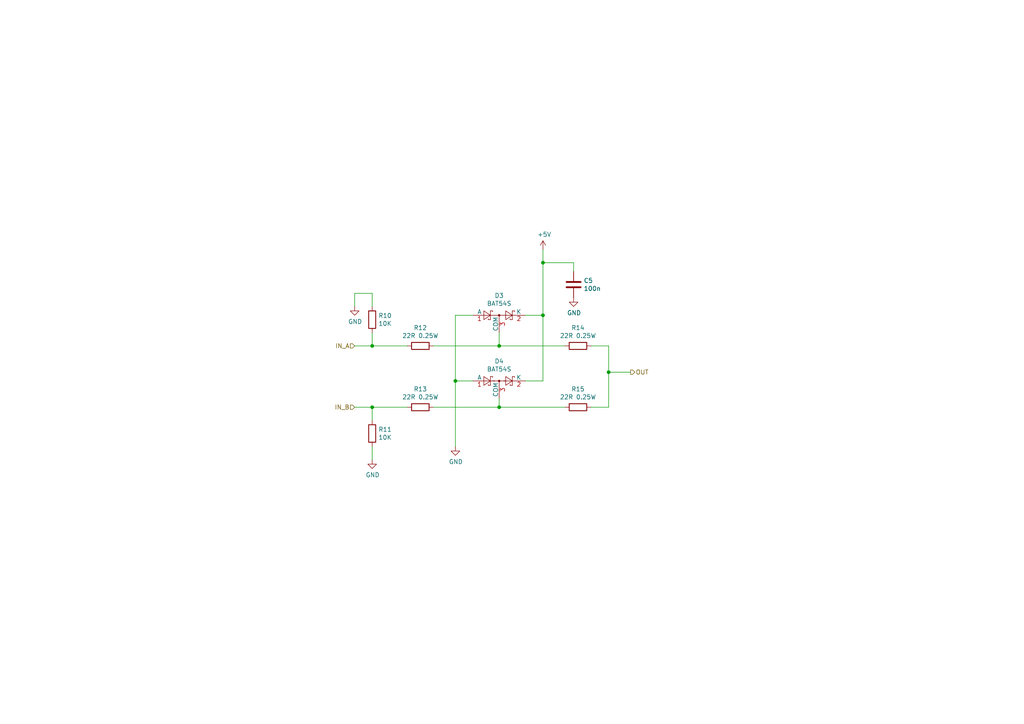
<source format=kicad_sch>
(kicad_sch (version 20230121) (generator eeschema)
  (paper "A4")
  (title_block (title "WS2812 Simple Controller") (date "2023-03-09") (company "Stefan Misik") (comment 1 "LED Driver Output Stage"))
  (lib_symbols
    (symbol "Device:C" (pin_numbers hide) (pin_names (offset 0.254))
      (property "Reference" "C" (at 0.635 2.54 0))
      (property "Value" "C" (at 0.635 -2.54 0))
      (symbol "C_0_1"
        (polyline (pts (xy -2.032 -0.762) (xy 2.032 -0.762)) (stroke (width 0.508)))
        (polyline (pts (xy -2.032 0.762) (xy 2.032 0.762)) (stroke (width 0.508)))
      )
      (symbol "C_1_1"
        (pin passive line (at 0 3.81 270) (length 2.794) (name "~") (number "1"))
        (pin passive line (at 0 -3.81 90) (length 2.794) (name "~") (number "2"))
      )
    )
    (symbol "Device:R" (pin_numbers hide) (pin_names (offset 0))
      (property "Reference" "R" (at 2.032 0 90))
      (property "Value" "R" (at 0 0 90))
      (symbol "R_0_1"
        (rectangle (start -1.016 -2.54) (end 1.016 2.54) (stroke (width 0.254)))
      )
      (symbol "R_1_1"
        (pin passive line (at 0 3.81 270) (length 1.27) (name "~") (number "1"))
        (pin passive line (at 0 -3.81 90) (length 1.27) (name "~") (number "2"))
      )
    )
    (symbol "Diode:BAT54S" (pin_names (offset 0))
      (property "Reference" "D" (at 2.54 -5.08 0))
      (property "Value" "BAT54S" (at -6.35 3.175 0))
      (symbol "BAT54S_0_1"
        (polyline (pts (xy -3.81 0) (xy -1.27 0)))
        (polyline (pts (xy -3.175 -1.27) (xy -3.175 -1.016)))
        (polyline (pts (xy -2.54 -1.27) (xy -3.175 -1.27)))
        (polyline (pts (xy -2.54 -1.27) (xy -2.54 1.27)))
        (polyline (pts (xy -2.54 1.27) (xy -1.905 1.27)))
        (polyline (pts (xy -1.905 0) (xy 1.905 0)))
        (polyline (pts (xy -1.905 1.27) (xy -1.905 1.016)))
        (polyline (pts (xy 1.27 0) (xy 3.81 0)))
        (polyline (pts (xy 3.175 -1.27) (xy 3.175 -1.016)))
        (polyline (pts (xy 3.81 -1.27) (xy 3.175 -1.27)))
        (polyline (pts (xy 3.81 -1.27) (xy 3.81 1.27)))
        (polyline (pts (xy 3.81 1.27) (xy 4.445 1.27)))
        (polyline (pts (xy 4.445 1.27) (xy 4.445 1.016)))
        (polyline (pts (xy -4.445 1.27) (xy -4.445 -1.27) (xy -2.54 0) (xy -4.445 1.27)))
        (polyline (pts (xy 1.905 1.27) (xy 1.905 -1.27) (xy 3.81 0) (xy 1.905 1.27)))
        (circle (center 0 0) (radius 0.254) (fill (type outline)))
      )
      (symbol "BAT54S_1_1"
        (pin passive line (at -7.62 0 0) (length 3.81) (name "A") (number "1"))
        (pin passive line (at 7.62 0 180) (length 3.81) (name "K") (number "2"))
        (pin passive line (at 0 -5.08 90) (length 5.08) (name "COM") (number "3"))
      )
    )
    (symbol "power:+5V" (power) (pin_names (offset 0))
      (property "Value" "+5V" (at 0 3.556 0))
      (symbol "+5V_0_1"
        (polyline (pts (xy -0.762 1.27) (xy 0 2.54)))
        (polyline (pts (xy 0 0) (xy 0 2.54)))
        (polyline (pts (xy 0 2.54) (xy 0.762 1.27)))
      )
      (symbol "+5V_1_1"
        (pin power_in line (at 0 0 90) (length 0) hide (name "+5V") (number "1"))
      )
    )
    (symbol "power:GND" (power) (pin_names (offset 0))
      (property "Value" "GND" (at 0 -3.81 0))
      (symbol "GND_0_1"
        (polyline (pts (xy 0 0) (xy 0 -1.27) (xy 1.27 -1.27) (xy 0 -2.54) (xy -1.27 -1.27) (xy 0 -1.27)))
      )
      (symbol "GND_1_1"
        (pin power_in line (at 0 0 270) (length 0) hide (name "GND") (number "1"))
      )
    )
  )
  (junction (at 107.95 118.11))
  (junction (at 144.78 118.11))
  (junction (at 144.78 100.33))
  (junction (at 157.48 91.44))
  (junction (at 107.95 100.33))
  (junction (at 157.48 76.2))
  (junction (at 132.08 110.49))
  (junction (at 176.53 107.95))
  (wire (pts (xy 166.37 78.74) (xy 166.37 76.2)))
  (wire (pts (xy 132.08 110.49) (xy 137.16 110.49)))
  (wire (pts (xy 102.87 100.33) (xy 107.95 100.33)))
  (wire (pts (xy 176.53 100.33) (xy 171.45 100.33)))
  (wire (pts (xy 182.88 107.95) (xy 176.53 107.95)))
  (wire (pts (xy 107.95 121.92) (xy 107.95 118.11)))
  (wire (pts (xy 176.53 107.95) (xy 176.53 100.33)))
  (wire (pts (xy 144.78 115.57) (xy 144.78 118.11)))
  (wire (pts (xy 157.48 110.49) (xy 152.4 110.49)))
  (wire (pts (xy 107.95 100.33) (xy 118.11 100.33)))
  (wire (pts (xy 157.48 91.44) (xy 152.4 91.44)))
  (wire (pts (xy 176.53 118.11) (xy 176.53 107.95)))
  (wire (pts (xy 166.37 76.2) (xy 157.48 76.2)))
  (wire (pts (xy 102.87 118.11) (xy 107.95 118.11)))
  (wire (pts (xy 144.78 100.33) (xy 163.83 100.33)))
  (wire (pts (xy 107.95 129.54) (xy 107.95 133.35)))
  (wire (pts (xy 157.48 91.44) (xy 157.48 110.49)))
  (wire (pts (xy 144.78 96.52) (xy 144.78 100.33)))
  (wire (pts (xy 132.08 91.44) (xy 137.16 91.44)))
  (wire (pts (xy 125.73 100.33) (xy 144.78 100.33)))
  (wire (pts (xy 107.95 118.11) (xy 118.11 118.11)))
  (wire (pts (xy 132.08 110.49) (xy 132.08 91.44)))
  (wire (pts (xy 171.45 118.11) (xy 176.53 118.11)))
  (wire (pts (xy 157.48 72.39) (xy 157.48 76.2)))
  (wire (pts (xy 157.48 76.2) (xy 157.48 91.44)))
  (wire (pts (xy 132.08 129.54) (xy 132.08 110.49)))
  (wire (pts (xy 125.73 118.11) (xy 144.78 118.11)))
  (wire (pts (xy 102.87 85.09) (xy 102.87 88.9)))
  (wire (pts (xy 107.95 85.09) (xy 102.87 85.09)))
  (wire (pts (xy 107.95 88.9) (xy 107.95 85.09)))
  (wire (pts (xy 144.78 118.11) (xy 163.83 118.11)))
  (wire (pts (xy 107.95 96.52) (xy 107.95 100.33)))
  (hierarchical_label "IN_A" (shape input) (at 102.87 100.33 180))
  (hierarchical_label "IN_B" (shape input) (at 102.87 118.11 180))
  (hierarchical_label "OUT" (shape output) (at 182.88 107.95 0))
  (symbol (lib_id "Device:R") (at 121.92 100.33 270) (unit 1)
    (property "Reference" "R12" (at 121.92 95.0722 90))
    (property "Value" "22R 0.25W" (at 121.92 97.3836 90))
    (property "Footprint" "Resistor_SMD:R_1206_3216Metric_Pad1.30x1.75mm_HandSolder" (effects hide))
    (instances (project "simple_control" (path "" (reference "R12") (unit 1)) (path "" (reference "R18") (unit 1))) (project "control" (path "" (reference "R1402") (unit 1)) (path "" (reference "R1502") (unit 1))))
  )
  (symbol (lib_id "Device:R") (at 121.92 118.11 270) (unit 1)
    (property "Reference" "R13" (at 121.92 112.8522 90))
    (property "Value" "22R 0.25W" (at 121.92 115.1636 90))
    (property "Footprint" "Resistor_SMD:R_1206_3216Metric_Pad1.30x1.75mm_HandSolder" (effects hide))
    (instances (project "simple_control" (path "" (reference "R13") (unit 1)) (path "" (reference "R19") (unit 1))) (project "control" (path "" (reference "R1404") (unit 1)) (path "" (reference "R1504") (unit 1))))
  )
  (symbol (lib_id "Device:R") (at 167.64 118.11 270) (unit 1)
    (property "Reference" "R15" (at 167.64 112.8522 90))
    (property "Value" "22R 0.25W" (at 167.64 115.1636 90))
    (property "Footprint" "Resistor_SMD:R_1206_3216Metric_Pad1.30x1.75mm_HandSolder" (effects hide))
    (instances (project "simple_control" (path "" (reference "R15") (unit 1)) (path "" (reference "R21") (unit 1))) (project "control" (path "" (reference "R1405") (unit 1)) (path "" (reference "R1505") (unit 1))))
  )
  (symbol (lib_id "power:GND") (at 107.95 133.35 0) (unit 1)
    (property "Reference" "#PWR08" (effects hide))
    (property "Value" "GND" (at 108.077 137.7442 0))
    (instances (project "simple_control" (path "" (reference "#PWR08") (unit 1)) (path "" (reference "#PWR013") (unit 1))) (project "control" (path "" (reference "#PWR01405") (unit 1)) (path "" (reference "#PWR01505") (unit 1))))
  )
  (symbol (lib_id "power:+5V") (at 157.48 72.39 0) (unit 1)
    (property "Reference" "#PWR010" (effects hide))
    (property "Value" "+5V" (at 157.861 67.9958 0))
    (instances (project "simple_control" (path "" (reference "#PWR010") (unit 1)) (path "" (reference "#PWR015") (unit 1))) (project "control" (path "" (reference "#PWR01401") (unit 1)) (path "" (reference "#PWR01501") (unit 1))))
  )
  (symbol (lib_id "power:GND") (at 132.08 129.54 0) (unit 1)
    (property "Reference" "#PWR09" (effects hide))
    (property "Value" "GND" (at 132.207 133.9342 0))
    (instances (project "simple_control" (path "" (reference "#PWR09") (unit 1)) (path "" (reference "#PWR014") (unit 1))) (project "control" (path "" (reference "#PWR01404") (unit 1)) (path "" (reference "#PWR01504") (unit 1))))
  )
  (symbol (lib_id "Device:R") (at 107.95 125.73 0) (unit 1)
    (property "Reference" "R11" (at 109.728 124.5616 0) (effects (justify left)))
    (property "Value" "10K" (at 109.728 126.873 0) (effects (justify left)))
    (property "Footprint" "Resistor_SMD:R_0805_2012Metric_Pad1.20x1.40mm_HandSolder" (effects hide))
    (instances (project "simple_control" (path "" (reference "R11") (unit 1)) (path "" (reference "R17") (unit 1))) (project "control" (path "" (reference "R1406") (unit 1)) (path "" (reference "R1506") (unit 1))))
  )
  (symbol (lib_id "Diode:BAT54S") (at 144.78 91.44 0) (unit 1)
    (property "Reference" "D3" (at 144.78 85.725 0))
    (property "Value" "BAT54S" (at 144.78 88.0364 0))
    (property "Footprint" "Package_TO_SOT_SMD:SOT-23" (effects hide))
    (property "Datasheet" "https://www.diodes.com/assets/Datasheets/ds11005.pdf" (effects hide))
    (instances (project "simple_control" (path "" (reference "D3") (unit 1)) (path "" (reference "D5") (unit 1))) (project "control" (path "" (reference "D1401") (unit 1)) (path "" (reference "D1501") (unit 1))))
  )
  (symbol (lib_id "power:GND") (at 166.37 86.36 0) (unit 1)
    (property "Reference" "#PWR011" (effects hide))
    (property "Value" "GND" (at 166.497 90.7542 0))
    (instances (project "simple_control" (path "" (reference "#PWR011") (unit 1)) (path "" (reference "#PWR016") (unit 1))) (project "control" (path "" (reference "#PWR01402") (unit 1)) (path "" (reference "#PWR01502") (unit 1))))
  )
  (symbol (lib_id "power:GND") (at 102.87 88.9 0) (unit 1)
    (property "Reference" "#PWR07" (effects hide))
    (property "Value" "GND" (at 102.997 93.2942 0))
    (instances (project "simple_control" (path "" (reference "#PWR07") (unit 1)) (path "" (reference "#PWR012") (unit 1))) (project "control" (path "" (reference "#PWR01403") (unit 1)) (path "" (reference "#PWR01503") (unit 1))))
  )
  (symbol (lib_id "Diode:BAT54S") (at 144.78 110.49 0) (unit 1)
    (property "Reference" "D4" (at 144.78 104.775 0))
    (property "Value" "BAT54S" (at 144.78 107.0864 0))
    (property "Footprint" "Package_TO_SOT_SMD:SOT-23" (effects hide))
    (property "Datasheet" "https://www.diodes.com/assets/Datasheets/ds11005.pdf" (effects hide))
    (instances (project "simple_control" (path "" (reference "D4") (unit 1)) (path "" (reference "D6") (unit 1))) (project "control" (path "" (reference "D1402") (unit 1)) (path "" (reference "D1502") (unit 1))))
  )
  (symbol (lib_id "Device:R") (at 167.64 100.33 270) (unit 1)
    (property "Reference" "R14" (at 167.64 95.0722 90))
    (property "Value" "22R 0.25W" (at 167.64 97.3836 90))
    (property "Footprint" "Resistor_SMD:R_1206_3216Metric_Pad1.30x1.75mm_HandSolder" (effects hide))
    (instances (project "simple_control" (path "" (reference "R14") (unit 1)) (path "" (reference "R20") (unit 1))) (project "control" (path "" (reference "R1403") (unit 1)) (path "" (reference "R1503") (unit 1))))
  )
  (symbol (lib_id "Device:C") (at 166.37 82.55 0) (unit 1)
    (property "Reference" "C5" (at 169.291 81.3816 0) (effects (justify left)))
    (property "Value" "100n" (at 169.291 83.693 0) (effects (justify left)))
    (property "Footprint" "Capacitor_SMD:C_0805_2012Metric_Pad1.18x1.45mm_HandSolder" (effects hide))
    (instances (project "simple_control" (path "" (reference "C5") (unit 1)) (path "" (reference "C6") (unit 1))) (project "control" (path "" (reference "C1401") (unit 1)) (path "" (reference "C1501") (unit 1))))
  )
  (symbol (lib_id "Device:R") (at 107.95 92.71 0) (unit 1)
    (property "Reference" "R10" (at 109.728 91.5416 0) (effects (justify left)))
    (property "Value" "10K" (at 109.728 93.853 0) (effects (justify left)))
    (property "Footprint" "Resistor_SMD:R_0805_2012Metric_Pad1.20x1.40mm_HandSolder" (effects hide))
    (instances (project "simple_control" (path "" (reference "R10") (unit 1)) (path "" (reference "R16") (unit 1))) (project "control" (path "" (reference "R1401") (unit 1)) (path "" (reference "R1501") (unit 1))))
  )
)
</source>
